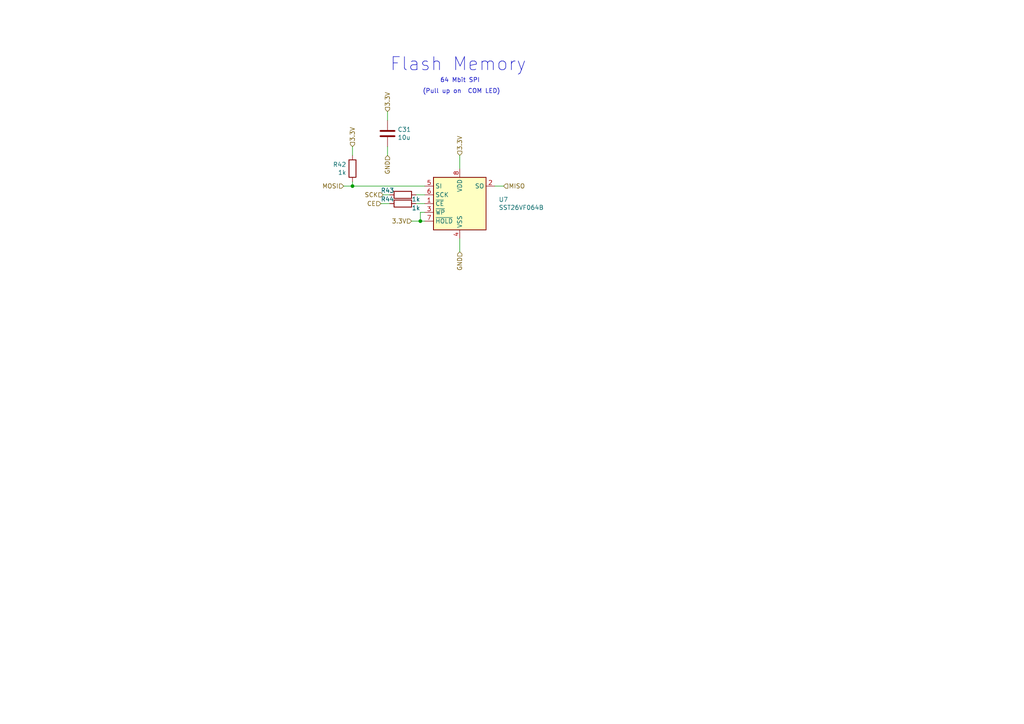
<source format=kicad_sch>
(kicad_sch (version 20211123) (generator eeschema)
  (paper "A4")
  (lib_symbols
    (symbol "Device:C" (pin_numbers hide) (pin_names (offset 0.254))
      (property "Reference" "C" (at 0.635 2.54 0))
      (property "Value" "C" (at 0.635 -2.54 0))
      (symbol "C_0_1"
        (polyline (pts (xy -2.032 -0.762) (xy 2.032 -0.762)) (stroke (width 0.508)))
        (polyline (pts (xy -2.032 0.762) (xy 2.032 0.762)) (stroke (width 0.508)))
      )
      (symbol "C_1_1"
        (pin passive line (at 0 3.81 270) (length 2.794) (name "~") (number "1"))
        (pin passive line (at 0 -3.81 90) (length 2.794) (name "~") (number "2"))
      )
    )
    (symbol "Device:R" (pin_numbers hide) (pin_names (offset 0))
      (property "Reference" "R" (at 2.032 0 90))
      (property "Value" "R" (at 0 0 90))
      (symbol "R_0_1"
        (rectangle (start -1.016 -2.54) (end 1.016 2.54) (stroke (width 0.254)))
      )
      (symbol "R_1_1"
        (pin passive line (at 0 3.81 270) (length 1.27) (name "~") (number "1"))
        (pin passive line (at 0 -3.81 90) (length 1.27) (name "~") (number "2"))
      )
    )
    (symbol "bioreactor:SST26VF064B"
      (property "Reference" "U" (at -6.35 8.89 0))
      (property "Value" "SST26VF064B" (at 7.62 8.89 0))
      (symbol "SST26VF064B_1_1"
        (rectangle (start -7.62 7.62) (end 7.62 -7.62) (stroke (width 0.254)) (fill (type background)))
        (pin input line (at -10.16 0 0) (length 2.54) (name "~{CE}") (number "1"))
        (pin output line (at 10.16 5.08 180) (length 2.54) (name "SO") (number "2"))
        (pin input line (at -10.16 -2.54 0) (length 2.54) (name "~{WP}") (number "3"))
        (pin power_in line (at 0 -10.16 90) (length 2.54) (name "VSS") (number "4"))
        (pin input line (at -10.16 5.08 0) (length 2.54) (name "SI") (number "5"))
        (pin input line (at -10.16 2.54 0) (length 2.54) (name "SCK") (number "6"))
        (pin input line (at -10.16 -5.08 0) (length 2.54) (name "~{HOLD}") (number "7"))
        (pin power_in line (at 0 10.16 270) (length 2.54) (name "VDD") (number "8"))
      )
    )
  )
  (junction (at 102.235 53.975))
  (junction (at 121.92 64.135))
  (wire (pts (xy 133.35 45.085) (xy 133.35 48.895)))
  (wire (pts (xy 112.395 42.545) (xy 112.395 45.085)))
  (wire (pts (xy 113.03 56.515) (xy 111.125 56.515)))
  (wire (pts (xy 113.03 59.055) (xy 110.49 59.055)))
  (wire (pts (xy 123.19 53.975) (xy 102.235 53.975)))
  (wire (pts (xy 146.05 53.975) (xy 143.51 53.975)))
  (wire (pts (xy 121.92 61.595) (xy 121.92 64.135)))
  (wire (pts (xy 102.235 53.975) (xy 102.235 52.705)))
  (wire (pts (xy 121.92 64.135) (xy 119.38 64.135)))
  (wire (pts (xy 123.19 61.595) (xy 121.92 61.595)))
  (wire (pts (xy 120.65 56.515) (xy 123.19 56.515)))
  (wire (pts (xy 123.19 64.135) (xy 121.92 64.135)))
  (wire (pts (xy 102.235 42.545) (xy 102.235 45.085)))
  (wire (pts (xy 123.19 59.055) (xy 120.65 59.055)))
  (wire (pts (xy 99.695 53.975) (xy 102.235 53.975)))
  (wire (pts (xy 112.395 32.385) (xy 112.395 34.925)))
  (wire (pts (xy 133.35 73.025) (xy 133.35 69.215)))
  (text "Flash Memory" (at 113.03 20.955 0) (effects (font (size 3.81 3.81)) (justify left bottom)))
  (text "(Pull up on  COM LED)" (at 122.555 27.305 0) (effects (font (size 1.27 1.27)) (justify left bottom)))
  (text "64 Mbit SPI" (at 127.635 24.13 0) (effects (font (size 1.27 1.27)) (justify left bottom)))
  (hierarchical_label "3.3V" (shape input) (at 102.235 42.545 90))
  (hierarchical_label "3.3V" (shape input) (at 133.35 45.085 90))
  (hierarchical_label "SCK" (shape input) (at 111.125 56.515 180))
  (hierarchical_label "GND" (shape input) (at 133.35 73.025 270))
  (hierarchical_label "GND" (shape input) (at 112.395 45.085 270))
  (hierarchical_label "3.3V" (shape input) (at 112.395 32.385 90))
  (hierarchical_label "3.3V" (shape input) (at 119.38 64.135 180))
  (hierarchical_label "CE" (shape input) (at 110.49 59.055 180))
  (hierarchical_label "MISO" (shape input) (at 146.05 53.975 0))
  (hierarchical_label "MOSI" (shape input) (at 99.695 53.975 180))
  (symbol (lib_id "Device:R") (at 116.84 59.055 270) (unit 1)
    (property "Reference" "R44" (at 112.395 57.785 90))
    (property "Value" "1k" (at 120.65 60.325 90))
    (property "Datasheet" "https://www.mouser.com/datasheet/2/219/RK73H-1825326.pdf" (effects hide))
    (property "Description" "Thick Film Resistors - SMD 1/4watts 1Kohms 1% " (effects hide))
    (property "MFN" "KOA Speer " (effects hide))
    (property "MFP" "RK73H2ATTD1001F " (effects hide))
    (property "S1PL" "https://www.mouser.com/ProductDetail/KOA-Speer/RK73H2ATTD1001F?qs=sGAEpiMZZMtlubZbdhIBIHMXi0pPDQ96wRIUy6HwZNc%3D" (effects hide))
    (property "S1PN" "660-RK73H2ATTD1001F " (effects hide))
  )
  (symbol (lib_id "Device:R") (at 116.84 56.515 90) (mirror x) (unit 1)
    (property "Reference" "R43" (at 112.395 55.245 90))
    (property "Value" "1k" (at 120.65 57.785 90))
    (property "Datasheet" "https://www.mouser.com/datasheet/2/219/RK73H-1825326.pdf" (effects hide))
    (property "Description" "Thick Film Resistors - SMD 1/4watts 1Kohms 1% " (effects hide))
    (property "MFN" "KOA Speer " (effects hide))
    (property "MFP" "RK73H2ATTD1001F " (effects hide))
    (property "S1PL" "https://www.mouser.com/ProductDetail/KOA-Speer/RK73H2ATTD1001F?qs=sGAEpiMZZMtlubZbdhIBIHMXi0pPDQ96wRIUy6HwZNc%3D" (effects hide))
    (property "S1PN" "660-RK73H2ATTD1001F " (effects hide))
  )
  (symbol (lib_id "Device:R") (at 102.235 48.895 0) (mirror x) (unit 1)
    (property "Reference" "R42" (at 100.457 47.7266 0) (effects (justify right)))
    (property "Value" "1k" (at 100.457 50.038 0) (effects (justify right)))
    (property "Datasheet" "https://www.mouser.com/datasheet/2/219/RK73H-1825326.pdf" (effects hide))
    (property "Description" "Thick Film Resistors - SMD 1/4watts 1Kohms 1% " (effects hide))
    (property "MFN" "KOA Speer " (effects hide))
    (property "MFP" "RK73H2ATTD1001F " (effects hide))
    (property "S1PL" "https://www.mouser.com/ProductDetail/KOA-Speer/RK73H2ATTD1001F?qs=sGAEpiMZZMtlubZbdhIBIHMXi0pPDQ96wRIUy6HwZNc%3D" (effects hide))
    (property "S1PN" "660-RK73H2ATTD1001F " (effects hide))
  )
  (symbol (lib_id "Device:C") (at 112.395 38.735 0) (unit 1)
    (property "Reference" "C31" (at 115.316 37.5666 0) (effects (justify left)))
    (property "Value" "10u" (at 115.316 39.878 0) (effects (justify left)))
    (property "Footprint" "Capacitor_SMD:C_0805_2012Metric_Pad1.18x1.45mm_HandSolder" (effects hide))
    (property "Datasheet" "https://www.mouser.com/datasheet/2/585/MLCC-1837944.pdf" (effects hide))
    (property "Description" "Capacitores cerámicos de capas múltiples (MLCC) - SMD/SMT 10uF+/-10% 16V X5R 2 0805 " (effects hide))
    (property "MFN" "Samsung Electro-Mechanics " (effects hide))
    (property "MFP" "CL21A106KOQNNNG " (effects hide))
    (property "S1PL" "https://www.mouser.com/ProductDetail/Samsung-Electro-Mechanics/CL21A106KOQNNNG?qs=hqM3L16%252BxlcMWI7QbqH0LA%3D%3D" (effects hide))
    (property "S1PN" "187-CL21A106KOQNNNG " (effects hide))
  )
  (symbol (lib_id "bioreactor:SST26VF064B") (at 133.35 59.055 0) (unit 1)
    (property "Reference" "U7" (at 144.6276 57.8866 0) (effects (justify left)))
    (property "Value" "SST26VF064B" (at 144.6276 60.198 0) (effects (justify left)))
    (property "Datasheet" "http://ww1.microchip.com/downloads/en/DeviceDoc/SST26VF064B-SST26VF064BA-2.5V-3.0V-64-Mbit-Serial-Quad-IO-Flash-Memory-Data-Sheet-DS20005119J.pdf" (effects hide))
  )
)
</source>
